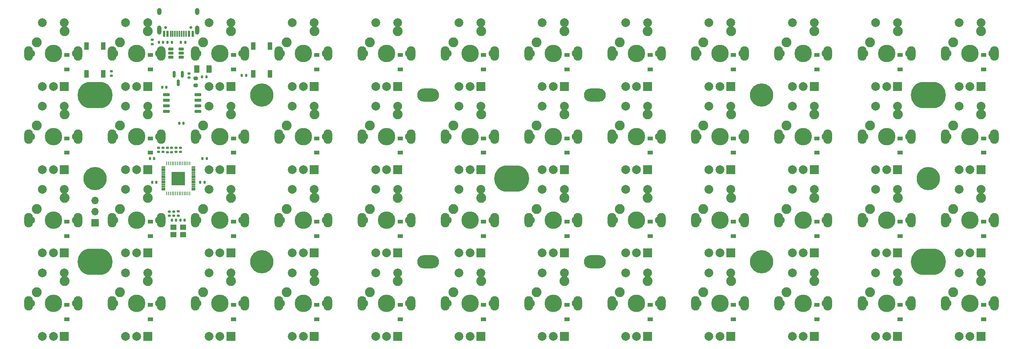
<source format=gbr>
%TF.GenerationSoftware,KiCad,Pcbnew,(6.0.1)*%
%TF.CreationDate,2022-03-25T00:59:23-04:00*%
%TF.ProjectId,OOPS-All-Knobs,4f4f5053-2d41-46c6-9c2d-4b6e6f62732e,rev?*%
%TF.SameCoordinates,Original*%
%TF.FileFunction,Soldermask,Bot*%
%TF.FilePolarity,Negative*%
%FSLAX46Y46*%
G04 Gerber Fmt 4.6, Leading zero omitted, Abs format (unit mm)*
G04 Created by KiCad (PCBNEW (6.0.1)) date 2022-03-25 00:59:23*
%MOMM*%
%LPD*%
G01*
G04 APERTURE LIST*
G04 Aperture macros list*
%AMRoundRect*
0 Rectangle with rounded corners*
0 $1 Rounding radius*
0 $2 $3 $4 $5 $6 $7 $8 $9 X,Y pos of 4 corners*
0 Add a 4 corners polygon primitive as box body*
4,1,4,$2,$3,$4,$5,$6,$7,$8,$9,$2,$3,0*
0 Add four circle primitives for the rounded corners*
1,1,$1+$1,$2,$3*
1,1,$1+$1,$4,$5*
1,1,$1+$1,$6,$7*
1,1,$1+$1,$8,$9*
0 Add four rect primitives between the rounded corners*
20,1,$1+$1,$2,$3,$4,$5,0*
20,1,$1+$1,$4,$5,$6,$7,0*
20,1,$1+$1,$6,$7,$8,$9,0*
20,1,$1+$1,$8,$9,$2,$3,0*%
G04 Aperture macros list end*
%ADD10C,3.987800*%
%ADD11C,1.750000*%
%ADD12C,2.250000*%
%ADD13C,5.300000*%
%ADD14O,8.000000X6.000000*%
%ADD15O,5.000000X3.000000*%
%ADD16R,1.700000X1.700000*%
%ADD17O,1.700000X1.700000*%
%ADD18R,2.000000X2.000000*%
%ADD19C,2.000000*%
%ADD20RoundRect,1.000000X0.000000X-0.650000X0.000000X0.650000X0.000000X0.650000X0.000000X-0.650000X0*%
%ADD21R,1.200000X0.900000*%
%ADD22RoundRect,0.140000X-0.170000X0.140000X-0.170000X-0.140000X0.170000X-0.140000X0.170000X0.140000X0*%
%ADD23RoundRect,0.140000X-0.140000X-0.170000X0.140000X-0.170000X0.140000X0.170000X-0.140000X0.170000X0*%
%ADD24RoundRect,0.140000X0.140000X0.170000X-0.140000X0.170000X-0.140000X-0.170000X0.140000X-0.170000X0*%
%ADD25RoundRect,0.135000X0.185000X-0.135000X0.185000X0.135000X-0.185000X0.135000X-0.185000X-0.135000X0*%
%ADD26RoundRect,0.150000X-0.150000X0.587500X-0.150000X-0.587500X0.150000X-0.587500X0.150000X0.587500X0*%
%ADD27RoundRect,0.140000X0.170000X-0.140000X0.170000X0.140000X-0.170000X0.140000X-0.170000X-0.140000X0*%
%ADD28R,1.000000X1.700000*%
%ADD29RoundRect,0.250000X0.375000X0.625000X-0.375000X0.625000X-0.375000X-0.625000X0.375000X-0.625000X0*%
%ADD30R,1.400000X1.200000*%
%ADD31RoundRect,0.150000X0.650000X0.150000X-0.650000X0.150000X-0.650000X-0.150000X0.650000X-0.150000X0*%
%ADD32C,0.650000*%
%ADD33R,0.600000X1.450000*%
%ADD34R,0.300000X1.450000*%
%ADD35O,1.000000X2.100000*%
%ADD36O,1.000000X1.600000*%
%ADD37RoundRect,0.135000X0.135000X0.185000X-0.135000X0.185000X-0.135000X-0.185000X0.135000X-0.185000X0*%
%ADD38RoundRect,0.135000X-0.135000X-0.185000X0.135000X-0.185000X0.135000X0.185000X-0.135000X0.185000X0*%
%ADD39RoundRect,0.150000X-0.475000X-0.150000X0.475000X-0.150000X0.475000X0.150000X-0.475000X0.150000X0*%
%ADD40RoundRect,0.200000X-0.275000X0.200000X-0.275000X-0.200000X0.275000X-0.200000X0.275000X0.200000X0*%
%ADD41RoundRect,0.006000X0.414000X0.094000X-0.414000X0.094000X-0.414000X-0.094000X0.414000X-0.094000X0*%
%ADD42RoundRect,0.020000X0.080000X0.400000X-0.080000X0.400000X-0.080000X-0.400000X0.080000X-0.400000X0*%
%ADD43R,3.100000X3.100000*%
G04 APERTURE END LIST*
D10*
%TO.C,MX41*%
X110000000Y-85000000D03*
D11*
X115080000Y-85000000D03*
X104920000Y-85000000D03*
D12*
X106190000Y-82460000D03*
X112540000Y-79920000D03*
%TD*%
D11*
%TO.C,MX2*%
X58080000Y-28000000D03*
X47920000Y-28000000D03*
D10*
X53000000Y-28000000D03*
D12*
X49190000Y-25460000D03*
X55540000Y-22920000D03*
%TD*%
D11*
%TO.C,MX4*%
X96080000Y-28000000D03*
D10*
X91000000Y-28000000D03*
D11*
X85920000Y-28000000D03*
D12*
X87190000Y-25460000D03*
X93540000Y-22920000D03*
%TD*%
D11*
%TO.C,MX22*%
X199920000Y-47000000D03*
X210080000Y-47000000D03*
D10*
X205000000Y-47000000D03*
D12*
X201190000Y-44460000D03*
X207540000Y-41920000D03*
%TD*%
D11*
%TO.C,MX42*%
X134080000Y-85000000D03*
X123920000Y-85000000D03*
D10*
X129000000Y-85000000D03*
D12*
X125190000Y-82460000D03*
X131540000Y-79920000D03*
%TD*%
D11*
%TO.C,MX32*%
X161920000Y-66000000D03*
X172080000Y-66000000D03*
D10*
X167000000Y-66000000D03*
D12*
X163190000Y-63460000D03*
X169540000Y-60920000D03*
%TD*%
D11*
%TO.C,MX39*%
X77080000Y-85000000D03*
D10*
X72000000Y-85000000D03*
D11*
X66920000Y-85000000D03*
D12*
X68190000Y-82460000D03*
X74540000Y-79920000D03*
%TD*%
D11*
%TO.C,MX20*%
X161920000Y-47000000D03*
X172080000Y-47000000D03*
D10*
X167000000Y-47000000D03*
D12*
X163190000Y-44460000D03*
X169540000Y-41920000D03*
%TD*%
D11*
%TO.C,MX23*%
X218920000Y-47000000D03*
X229080000Y-47000000D03*
D10*
X224000000Y-47000000D03*
D12*
X220190000Y-44460000D03*
X226540000Y-41920000D03*
%TD*%
D10*
%TO.C,MX48*%
X243000000Y-85000000D03*
D11*
X237920000Y-85000000D03*
X248080000Y-85000000D03*
D12*
X239190000Y-82460000D03*
X245540000Y-79920000D03*
%TD*%
D11*
%TO.C,MX24*%
X248080000Y-47000000D03*
X237920000Y-47000000D03*
D10*
X243000000Y-47000000D03*
D12*
X239190000Y-44460000D03*
X245540000Y-41920000D03*
%TD*%
D11*
%TO.C,MX18*%
X123920000Y-47000000D03*
D10*
X129000000Y-47000000D03*
D11*
X134080000Y-47000000D03*
D12*
X125190000Y-44460000D03*
X131540000Y-41920000D03*
%TD*%
D10*
%TO.C,MX9*%
X186000000Y-28000000D03*
D11*
X191080000Y-28000000D03*
X180920000Y-28000000D03*
D12*
X182190000Y-25460000D03*
X188540000Y-22920000D03*
%TD*%
D11*
%TO.C,MX30*%
X134080000Y-66000000D03*
X123920000Y-66000000D03*
D10*
X129000000Y-66000000D03*
D12*
X125190000Y-63460000D03*
X131540000Y-60920000D03*
%TD*%
D10*
%TO.C,MX35*%
X224000000Y-66000000D03*
D11*
X229080000Y-66000000D03*
X218920000Y-66000000D03*
D12*
X220190000Y-63460000D03*
X226540000Y-60920000D03*
%TD*%
D11*
%TO.C,MX27*%
X77080000Y-66000000D03*
D10*
X72000000Y-66000000D03*
D11*
X66920000Y-66000000D03*
D12*
X68190000Y-63460000D03*
X74540000Y-60920000D03*
%TD*%
D10*
%TO.C,MX6*%
X129000000Y-28000000D03*
D11*
X134080000Y-28000000D03*
X123920000Y-28000000D03*
D12*
X125190000Y-25460000D03*
X131540000Y-22920000D03*
%TD*%
D13*
%TO.C,PCB1*%
X233500000Y-56500000D03*
X43500000Y-56500000D03*
D14*
X233500000Y-37500000D03*
X233500000Y-75500000D03*
D15*
X157500000Y-75500000D03*
X157500000Y-37500000D03*
D13*
X81500000Y-37500000D03*
D15*
X119500000Y-75500000D03*
D14*
X138500000Y-56500000D03*
D13*
X195500000Y-37500000D03*
X195500000Y-75500000D03*
D14*
X43500000Y-37500000D03*
X43500000Y-75500000D03*
D13*
X81500000Y-75500000D03*
D15*
X119500000Y-37500000D03*
%TD*%
D11*
%TO.C,MX47*%
X218920000Y-85000000D03*
X229080000Y-85000000D03*
D10*
X224000000Y-85000000D03*
D12*
X220190000Y-82460000D03*
X226540000Y-79920000D03*
%TD*%
D10*
%TO.C,MX17*%
X110000000Y-47000000D03*
D11*
X115080000Y-47000000D03*
X104920000Y-47000000D03*
D12*
X106190000Y-44460000D03*
X112540000Y-41920000D03*
%TD*%
D16*
%TO.C,J2*%
X43500000Y-66625000D03*
D17*
X43500000Y-64085000D03*
X43500000Y-61545000D03*
%TD*%
D11*
%TO.C,MX14*%
X58080000Y-47000000D03*
X47920000Y-47000000D03*
D10*
X53000000Y-47000000D03*
D12*
X49190000Y-44460000D03*
X55540000Y-41920000D03*
%TD*%
D11*
%TO.C,MX1*%
X39080000Y-28000000D03*
D10*
X34000000Y-28000000D03*
D11*
X28920000Y-28000000D03*
D12*
X30190000Y-25460000D03*
X36540000Y-22920000D03*
%TD*%
D11*
%TO.C,MX46*%
X210080000Y-85000000D03*
X199920000Y-85000000D03*
D10*
X205000000Y-85000000D03*
D12*
X201190000Y-82460000D03*
X207540000Y-79920000D03*
%TD*%
D11*
%TO.C,MX21*%
X180920000Y-47000000D03*
X191080000Y-47000000D03*
D10*
X186000000Y-47000000D03*
D12*
X182190000Y-44460000D03*
X188540000Y-41920000D03*
%TD*%
D11*
%TO.C,MX26*%
X58080000Y-66000000D03*
D10*
X53000000Y-66000000D03*
D11*
X47920000Y-66000000D03*
D12*
X49190000Y-63460000D03*
X55540000Y-60920000D03*
%TD*%
D11*
%TO.C,MX8*%
X172080000Y-28000000D03*
D10*
X167000000Y-28000000D03*
D11*
X161920000Y-28000000D03*
D12*
X163190000Y-25460000D03*
X169540000Y-22920000D03*
%TD*%
D11*
%TO.C,MX16*%
X96080000Y-47000000D03*
D10*
X91000000Y-47000000D03*
D11*
X85920000Y-47000000D03*
D12*
X87190000Y-44460000D03*
X93540000Y-41920000D03*
%TD*%
D11*
%TO.C,MX11*%
X218920000Y-28000000D03*
X229080000Y-28000000D03*
D10*
X224000000Y-28000000D03*
D12*
X220190000Y-25460000D03*
X226540000Y-22920000D03*
%TD*%
D11*
%TO.C,MX12*%
X237920000Y-28000000D03*
D10*
X243000000Y-28000000D03*
D11*
X248080000Y-28000000D03*
D12*
X239190000Y-25460000D03*
X245540000Y-22920000D03*
%TD*%
D11*
%TO.C,MX33*%
X180920000Y-66000000D03*
D10*
X186000000Y-66000000D03*
D11*
X191080000Y-66000000D03*
D12*
X182190000Y-63460000D03*
X188540000Y-60920000D03*
%TD*%
D11*
%TO.C,MX31*%
X153080000Y-66000000D03*
X142920000Y-66000000D03*
D10*
X148000000Y-66000000D03*
D12*
X144190000Y-63460000D03*
X150540000Y-60920000D03*
%TD*%
D11*
%TO.C,MX38*%
X58080000Y-85000000D03*
D10*
X53000000Y-85000000D03*
D11*
X47920000Y-85000000D03*
D12*
X49190000Y-82460000D03*
X55540000Y-79920000D03*
%TD*%
D11*
%TO.C,MX36*%
X248080000Y-66000000D03*
X237920000Y-66000000D03*
D10*
X243000000Y-66000000D03*
D12*
X239190000Y-63460000D03*
X245540000Y-60920000D03*
%TD*%
D10*
%TO.C,MX15*%
X72000000Y-47000000D03*
D11*
X66920000Y-47000000D03*
X77080000Y-47000000D03*
D12*
X68190000Y-44460000D03*
X74540000Y-41920000D03*
%TD*%
D11*
%TO.C,MX37*%
X39080000Y-85000000D03*
X28920000Y-85000000D03*
D10*
X34000000Y-85000000D03*
D12*
X30190000Y-82460000D03*
X36540000Y-79920000D03*
%TD*%
D11*
%TO.C,MX3*%
X77080000Y-28000000D03*
D10*
X72000000Y-28000000D03*
D11*
X66920000Y-28000000D03*
D12*
X68190000Y-25460000D03*
X74540000Y-22920000D03*
%TD*%
D11*
%TO.C,MX34*%
X210080000Y-66000000D03*
X199920000Y-66000000D03*
D10*
X205000000Y-66000000D03*
D12*
X201190000Y-63460000D03*
X207540000Y-60920000D03*
%TD*%
D10*
%TO.C,MX19*%
X148000000Y-47000000D03*
D11*
X142920000Y-47000000D03*
X153080000Y-47000000D03*
D12*
X144190000Y-44460000D03*
X150540000Y-41920000D03*
%TD*%
D11*
%TO.C,MX13*%
X28920000Y-47000000D03*
D10*
X34000000Y-47000000D03*
D11*
X39080000Y-47000000D03*
D12*
X30190000Y-44460000D03*
X36540000Y-41920000D03*
%TD*%
D11*
%TO.C,MX5*%
X104920000Y-28000000D03*
X115080000Y-28000000D03*
D10*
X110000000Y-28000000D03*
D12*
X106190000Y-25460000D03*
X112540000Y-22920000D03*
%TD*%
D10*
%TO.C,MX40*%
X91000000Y-85000000D03*
D11*
X85920000Y-85000000D03*
X96080000Y-85000000D03*
D12*
X87190000Y-82460000D03*
X93540000Y-79920000D03*
%TD*%
D11*
%TO.C,MX28*%
X85920000Y-66000000D03*
X96080000Y-66000000D03*
D10*
X91000000Y-66000000D03*
D12*
X87190000Y-63460000D03*
X93540000Y-60920000D03*
%TD*%
D11*
%TO.C,MX45*%
X180920000Y-85000000D03*
D10*
X186000000Y-85000000D03*
D11*
X191080000Y-85000000D03*
D12*
X182190000Y-82460000D03*
X188540000Y-79920000D03*
%TD*%
D11*
%TO.C,MX29*%
X104920000Y-66000000D03*
X115080000Y-66000000D03*
D10*
X110000000Y-66000000D03*
D12*
X106190000Y-63460000D03*
X112540000Y-60920000D03*
%TD*%
D11*
%TO.C,MX25*%
X28920000Y-66000000D03*
X39080000Y-66000000D03*
D10*
X34000000Y-66000000D03*
D12*
X30190000Y-63460000D03*
X36540000Y-60920000D03*
%TD*%
D11*
%TO.C,MX43*%
X142920000Y-85000000D03*
X153080000Y-85000000D03*
D10*
X148000000Y-85000000D03*
D12*
X144190000Y-82460000D03*
X150540000Y-79920000D03*
%TD*%
D10*
%TO.C,MX44*%
X167000000Y-85000000D03*
D11*
X172080000Y-85000000D03*
X161920000Y-85000000D03*
D12*
X163190000Y-82460000D03*
X169540000Y-79920000D03*
%TD*%
D10*
%TO.C,MX10*%
X205000000Y-28000000D03*
D11*
X210080000Y-28000000D03*
X199920000Y-28000000D03*
D12*
X201190000Y-25460000D03*
X207540000Y-22920000D03*
%TD*%
D10*
%TO.C,MX7*%
X148000000Y-28000000D03*
D11*
X142920000Y-28000000D03*
X153080000Y-28000000D03*
D12*
X144190000Y-25460000D03*
X150540000Y-22920000D03*
%TD*%
D18*
%TO.C,ENC36*%
X245500000Y-73500000D03*
D19*
X240500000Y-73500000D03*
X243000000Y-73500000D03*
D20*
X248600000Y-66000000D03*
X237400000Y-66000000D03*
D19*
X240500000Y-59000000D03*
X245500000Y-59000000D03*
%TD*%
D18*
%TO.C,ENC33*%
X188500000Y-73500000D03*
D19*
X183500000Y-73500000D03*
X186000000Y-73500000D03*
D20*
X191600000Y-66000000D03*
X180400000Y-66000000D03*
D19*
X183500000Y-59000000D03*
X188500000Y-59000000D03*
%TD*%
D18*
%TO.C,ENC11*%
X226500000Y-35500000D03*
D19*
X221500000Y-35500000D03*
D20*
X218400000Y-28000000D03*
D19*
X224000000Y-35500000D03*
D20*
X229600000Y-28000000D03*
D19*
X221500000Y-21000000D03*
X226500000Y-21000000D03*
%TD*%
D18*
%TO.C,ENC12*%
X245500000Y-35500000D03*
D19*
X240500000Y-35500000D03*
D20*
X248600000Y-28000000D03*
D19*
X243000000Y-35500000D03*
D20*
X237400000Y-28000000D03*
D19*
X240500000Y-21000000D03*
X245500000Y-21000000D03*
%TD*%
D21*
%TO.C,D44*%
X170100000Y-88650000D03*
X170100000Y-85350000D03*
%TD*%
%TO.C,D9*%
X189100000Y-31650000D03*
X189100000Y-28350000D03*
%TD*%
D18*
%TO.C,ENC37*%
X36500000Y-92500000D03*
D19*
X31500000Y-92500000D03*
X34000000Y-92500000D03*
D20*
X28400000Y-85000000D03*
X39600000Y-85000000D03*
D19*
X31500000Y-78000000D03*
X36500000Y-78000000D03*
%TD*%
D18*
%TO.C,ENC15*%
X74500000Y-54500000D03*
D19*
X69500000Y-54500000D03*
D20*
X77600000Y-47000000D03*
X66400000Y-47000000D03*
D19*
X72000000Y-54500000D03*
X69500000Y-40000000D03*
X74500000Y-40000000D03*
%TD*%
D21*
%TO.C,D28*%
X94100000Y-69650000D03*
X94100000Y-66350000D03*
%TD*%
D22*
%TO.C,C10*%
X61493450Y-64030666D03*
X61493450Y-64990666D03*
%TD*%
D18*
%TO.C,ENC8*%
X169500000Y-35500000D03*
D19*
X164500000Y-35500000D03*
X167000000Y-35500000D03*
D20*
X161400000Y-28000000D03*
X172600000Y-28000000D03*
D19*
X164500000Y-21000000D03*
X169500000Y-21000000D03*
%TD*%
D18*
%TO.C,ENC41*%
X112500000Y-92500000D03*
D19*
X107500000Y-92500000D03*
D20*
X115600000Y-85000000D03*
D19*
X110000000Y-92500000D03*
D20*
X104400000Y-85000000D03*
D19*
X107500000Y-78000000D03*
X112500000Y-78000000D03*
%TD*%
D18*
%TO.C,ENC17*%
X112500000Y-54500000D03*
D19*
X107500000Y-54500000D03*
D20*
X104400000Y-47000000D03*
D19*
X110000000Y-54500000D03*
D20*
X115600000Y-47000000D03*
D19*
X107500000Y-40000000D03*
X112500000Y-40000000D03*
%TD*%
D21*
%TO.C,D4*%
X94100000Y-31650000D03*
X94100000Y-28350000D03*
%TD*%
%TO.C,D1*%
X37100000Y-31650000D03*
X37100000Y-28350000D03*
%TD*%
D23*
%TO.C,C14*%
X68020000Y-52000000D03*
X68980000Y-52000000D03*
%TD*%
D18*
%TO.C,ENC2*%
X55500000Y-35500000D03*
D19*
X50500000Y-35500000D03*
D20*
X58600000Y-28000000D03*
X47400000Y-28000000D03*
D19*
X53000000Y-35500000D03*
X50500000Y-21000000D03*
X55500000Y-21000000D03*
%TD*%
D18*
%TO.C,ENC47*%
X226500000Y-92500000D03*
D19*
X221500000Y-92500000D03*
D20*
X229600000Y-85000000D03*
X218400000Y-85000000D03*
D19*
X224000000Y-92500000D03*
X221500000Y-78000000D03*
X226500000Y-78000000D03*
%TD*%
D21*
%TO.C,D23*%
X227100000Y-50650000D03*
X227100000Y-47350000D03*
%TD*%
D18*
%TO.C,ENC42*%
X131500000Y-92500000D03*
D19*
X126500000Y-92500000D03*
X129000000Y-92500000D03*
D20*
X123400000Y-85000000D03*
X134600000Y-85000000D03*
D19*
X126500000Y-78000000D03*
X131500000Y-78000000D03*
%TD*%
D21*
%TO.C,D45*%
X189100000Y-88650000D03*
X189100000Y-85350000D03*
%TD*%
D24*
%TO.C,C4*%
X59780000Y-35700000D03*
X58820000Y-35700000D03*
%TD*%
D21*
%TO.C,D43*%
X151100000Y-88650000D03*
X151100000Y-85350000D03*
%TD*%
%TO.C,D38*%
X56100000Y-88650000D03*
X56100000Y-85350000D03*
%TD*%
D18*
%TO.C,ENC25*%
X36500000Y-73500000D03*
D19*
X31500000Y-73500000D03*
X34000000Y-73500000D03*
D20*
X28400000Y-66000000D03*
X39600000Y-66000000D03*
D19*
X31500000Y-59000000D03*
X36500000Y-59000000D03*
%TD*%
D25*
%TO.C,R3*%
X56600000Y-25910000D03*
X56600000Y-24890000D03*
%TD*%
D18*
%TO.C,ENC45*%
X188500000Y-92500000D03*
D19*
X183500000Y-92500000D03*
X186000000Y-92500000D03*
D20*
X180400000Y-85000000D03*
X191600000Y-85000000D03*
D19*
X183500000Y-78000000D03*
X188500000Y-78000000D03*
%TD*%
D25*
%TO.C,R8*%
X62500000Y-65020666D03*
X62500000Y-64000666D03*
%TD*%
D21*
%TO.C,D16*%
X94100000Y-50650000D03*
X94100000Y-47350000D03*
%TD*%
D23*
%TO.C,C6*%
X62993450Y-66010666D03*
X63953450Y-66010666D03*
%TD*%
D21*
%TO.C,D11*%
X227100000Y-31650000D03*
X227100000Y-28350000D03*
%TD*%
D26*
%TO.C,U1*%
X61534775Y-32780929D03*
X63434775Y-32780929D03*
X62484775Y-34655929D03*
%TD*%
D21*
%TO.C,D26*%
X56100000Y-69650000D03*
X56100000Y-66350000D03*
%TD*%
D18*
%TO.C,ENC3*%
X74500000Y-35500000D03*
D19*
X69500000Y-35500000D03*
D20*
X66400000Y-28000000D03*
D19*
X72000000Y-35500000D03*
D20*
X77600000Y-28000000D03*
D19*
X69500000Y-21000000D03*
X74500000Y-21000000D03*
%TD*%
D27*
%TO.C,C8*%
X63000000Y-50480000D03*
X63000000Y-49520000D03*
%TD*%
D21*
%TO.C,D13*%
X37100000Y-50650000D03*
X37100000Y-47350000D03*
%TD*%
%TO.C,D39*%
X75100000Y-88650000D03*
X75100000Y-85350000D03*
%TD*%
%TO.C,D5*%
X113100000Y-31650000D03*
X113100000Y-28350000D03*
%TD*%
D18*
%TO.C,ENC19*%
X150500000Y-54500000D03*
D19*
X145500000Y-54500000D03*
D20*
X142400000Y-47000000D03*
X153600000Y-47000000D03*
D19*
X148000000Y-54500000D03*
X145500000Y-40000000D03*
X150500000Y-40000000D03*
%TD*%
D28*
%TO.C,SW1*%
X83400000Y-32650000D03*
X83400000Y-26350000D03*
X79600000Y-26350000D03*
X79600000Y-32650000D03*
%TD*%
D21*
%TO.C,D19*%
X151100000Y-50650000D03*
X151100000Y-47350000D03*
%TD*%
%TO.C,D22*%
X208100000Y-50650000D03*
X208100000Y-47350000D03*
%TD*%
%TO.C,D36*%
X246100000Y-69650000D03*
X246100000Y-66350000D03*
%TD*%
D29*
%TO.C,F1*%
X69500000Y-31600000D03*
X66700000Y-31600000D03*
%TD*%
D24*
%TO.C,C12*%
X56980000Y-52000000D03*
X56020000Y-52000000D03*
%TD*%
D21*
%TO.C,D27*%
X75100000Y-69650000D03*
X75100000Y-66350000D03*
%TD*%
D30*
%TO.C,Y1*%
X61393450Y-67660666D03*
X63593450Y-67660666D03*
X63593450Y-69360666D03*
X61393450Y-69360666D03*
%TD*%
D23*
%TO.C,C5*%
X61013450Y-66010666D03*
X61973450Y-66010666D03*
%TD*%
D25*
%TO.C,R6*%
X60000000Y-50510000D03*
X60000000Y-49490000D03*
%TD*%
D18*
%TO.C,ENC32*%
X169500000Y-73500000D03*
D19*
X164500000Y-73500000D03*
D20*
X161400000Y-66000000D03*
X172600000Y-66000000D03*
D19*
X167000000Y-73500000D03*
X164500000Y-59000000D03*
X169500000Y-59000000D03*
%TD*%
D21*
%TO.C,D21*%
X189100000Y-50650000D03*
X189100000Y-47350000D03*
%TD*%
D18*
%TO.C,ENC6*%
X131500000Y-35500000D03*
D19*
X126500000Y-35500000D03*
D20*
X123400000Y-28000000D03*
X134600000Y-28000000D03*
D19*
X129000000Y-35500000D03*
X126500000Y-21000000D03*
X131500000Y-21000000D03*
%TD*%
D18*
%TO.C,ENC39*%
X74500000Y-92500000D03*
D19*
X69500000Y-92500000D03*
X72000000Y-92500000D03*
D20*
X66400000Y-85000000D03*
X77600000Y-85000000D03*
D19*
X69500000Y-78000000D03*
X74500000Y-78000000D03*
%TD*%
D21*
%TO.C,D14*%
X56100000Y-50650000D03*
X56100000Y-47350000D03*
%TD*%
D31*
%TO.C,U2*%
X67000000Y-37395000D03*
X67000000Y-38665000D03*
X67000000Y-39935000D03*
X67000000Y-41205000D03*
X59800000Y-41205000D03*
X59800000Y-39935000D03*
X59800000Y-38665000D03*
X59800000Y-37395000D03*
%TD*%
D18*
%TO.C,ENC26*%
X55500000Y-73500000D03*
D19*
X50500000Y-73500000D03*
D20*
X58600000Y-66000000D03*
D19*
X53000000Y-73500000D03*
D20*
X47400000Y-66000000D03*
D19*
X50500000Y-59000000D03*
X55500000Y-59000000D03*
%TD*%
D27*
%TO.C,C11*%
X62000000Y-50480000D03*
X62000000Y-49520000D03*
%TD*%
D32*
%TO.C,J1*%
X65390000Y-22100000D03*
X59610000Y-22100000D03*
D33*
X59250000Y-23545000D03*
X60050000Y-23545000D03*
D34*
X61250000Y-23545000D03*
X62250000Y-23545000D03*
X62750000Y-23545000D03*
X63750000Y-23545000D03*
D33*
X64950000Y-23545000D03*
X65750000Y-23545000D03*
X65750000Y-23545000D03*
X64950000Y-23545000D03*
D34*
X64250000Y-23545000D03*
X63250000Y-23545000D03*
X61750000Y-23545000D03*
X60750000Y-23545000D03*
D33*
X60050000Y-23545000D03*
X59250000Y-23545000D03*
D35*
X58180000Y-22630000D03*
D36*
X66820000Y-18450000D03*
X58180000Y-18450000D03*
D35*
X66820000Y-22630000D03*
%TD*%
D18*
%TO.C,ENC44*%
X169500000Y-92500000D03*
D19*
X164500000Y-92500000D03*
X167000000Y-92500000D03*
D20*
X161400000Y-85000000D03*
X172600000Y-85000000D03*
D19*
X164500000Y-78000000D03*
X169500000Y-78000000D03*
%TD*%
D18*
%TO.C,ENC22*%
X207500000Y-54500000D03*
D19*
X202500000Y-54500000D03*
D20*
X210600000Y-47000000D03*
D19*
X205000000Y-54500000D03*
D20*
X199400000Y-47000000D03*
D19*
X202500000Y-40000000D03*
X207500000Y-40000000D03*
%TD*%
D18*
%TO.C,ENC24*%
X245500000Y-54500000D03*
D19*
X240500000Y-54500000D03*
D20*
X237400000Y-47000000D03*
X248600000Y-47000000D03*
D19*
X243000000Y-54500000D03*
X240500000Y-40000000D03*
X245500000Y-40000000D03*
%TD*%
D18*
%TO.C,ENC46*%
X207500000Y-92500000D03*
D19*
X202500000Y-92500000D03*
D20*
X210600000Y-85000000D03*
D19*
X205000000Y-92500000D03*
D20*
X199400000Y-85000000D03*
D19*
X202500000Y-78000000D03*
X207500000Y-78000000D03*
%TD*%
D18*
%TO.C,ENC43*%
X150500000Y-92500000D03*
D19*
X145500000Y-92500000D03*
D20*
X153600000Y-85000000D03*
D19*
X148000000Y-92500000D03*
D20*
X142400000Y-85000000D03*
D19*
X145500000Y-78000000D03*
X150500000Y-78000000D03*
%TD*%
D18*
%TO.C,ENC20*%
X169500000Y-54500000D03*
D19*
X164500000Y-54500000D03*
D20*
X172600000Y-47000000D03*
D19*
X167000000Y-54500000D03*
D20*
X161400000Y-47000000D03*
D19*
X164500000Y-40000000D03*
X169500000Y-40000000D03*
%TD*%
D18*
%TO.C,ENC23*%
X226500000Y-54500000D03*
D19*
X221500000Y-54500000D03*
D20*
X229600000Y-47000000D03*
D19*
X224000000Y-54500000D03*
D20*
X218400000Y-47000000D03*
D19*
X221500000Y-40000000D03*
X226500000Y-40000000D03*
%TD*%
D21*
%TO.C,D37*%
X37100000Y-88650000D03*
X37100000Y-85350000D03*
%TD*%
D18*
%TO.C,ENC18*%
X131500000Y-54500000D03*
D19*
X126500000Y-54500000D03*
D20*
X123400000Y-47000000D03*
D19*
X129000000Y-54500000D03*
D20*
X134600000Y-47000000D03*
D19*
X126500000Y-40000000D03*
X131500000Y-40000000D03*
%TD*%
D37*
%TO.C,R2*%
X64110000Y-25500000D03*
X63090000Y-25500000D03*
%TD*%
D18*
%TO.C,ENC13*%
X36500000Y-54500000D03*
D19*
X31500000Y-54500000D03*
D20*
X39600000Y-47000000D03*
X28400000Y-47000000D03*
D19*
X34000000Y-54500000D03*
X31500000Y-40000000D03*
X36500000Y-40000000D03*
%TD*%
D21*
%TO.C,D30*%
X132100000Y-69650000D03*
X132100000Y-66350000D03*
%TD*%
D18*
%TO.C,ENC30*%
X131500000Y-73500000D03*
D19*
X126500000Y-73500000D03*
X129000000Y-73500000D03*
D20*
X134600000Y-66000000D03*
X123400000Y-66000000D03*
D19*
X126500000Y-59000000D03*
X131500000Y-59000000D03*
%TD*%
D21*
%TO.C,D35*%
X227100000Y-69650000D03*
X227100000Y-66350000D03*
%TD*%
D18*
%TO.C,ENC29*%
X112500000Y-73500000D03*
D19*
X107500000Y-73500000D03*
D20*
X104400000Y-66000000D03*
X115600000Y-66000000D03*
D19*
X110000000Y-73500000D03*
X107500000Y-59000000D03*
X112500000Y-59000000D03*
%TD*%
D21*
%TO.C,D10*%
X208100000Y-31650000D03*
X208100000Y-28350000D03*
%TD*%
%TO.C,D12*%
X246100000Y-31650000D03*
X246100000Y-28350000D03*
%TD*%
D23*
%TO.C,C1*%
X67920000Y-33300000D03*
X68880000Y-33300000D03*
%TD*%
D28*
%TO.C,SW2*%
X41600000Y-32650000D03*
X41600000Y-26350000D03*
X45400000Y-26350000D03*
X45400000Y-32650000D03*
%TD*%
D21*
%TO.C,D18*%
X132100000Y-50650000D03*
X132100000Y-47350000D03*
%TD*%
D18*
%TO.C,ENC4*%
X93500000Y-35500000D03*
D19*
X88500000Y-35500000D03*
D20*
X96600000Y-28000000D03*
X85400000Y-28000000D03*
D19*
X91000000Y-35500000D03*
X88500000Y-21000000D03*
X93500000Y-21000000D03*
%TD*%
D22*
%TO.C,C2*%
X64952007Y-32561545D03*
X64952007Y-33521545D03*
%TD*%
D21*
%TO.C,D34*%
X208100000Y-69650000D03*
X208100000Y-66350000D03*
%TD*%
D18*
%TO.C,ENC1*%
X36500000Y-35500000D03*
D19*
X31500000Y-35500000D03*
D20*
X28400000Y-28000000D03*
D19*
X34000000Y-35500000D03*
D20*
X39600000Y-28000000D03*
D19*
X31500000Y-21000000D03*
X36500000Y-21000000D03*
%TD*%
D38*
%TO.C,R5*%
X76990000Y-33000000D03*
X78010000Y-33000000D03*
%TD*%
D18*
%TO.C,ENC21*%
X188500000Y-54500000D03*
D19*
X183500000Y-54500000D03*
D20*
X180400000Y-47000000D03*
D19*
X186000000Y-54500000D03*
D20*
X191600000Y-47000000D03*
D19*
X183500000Y-40000000D03*
X188500000Y-40000000D03*
%TD*%
D25*
%TO.C,R9*%
X47254470Y-33124010D03*
X47254470Y-32104010D03*
%TD*%
D27*
%TO.C,C18*%
X59000000Y-50480000D03*
X59000000Y-49520000D03*
%TD*%
D37*
%TO.C,R1*%
X61010000Y-25500000D03*
X59990000Y-25500000D03*
%TD*%
D24*
%TO.C,C13*%
X57480000Y-57400000D03*
X56520000Y-57400000D03*
%TD*%
D18*
%TO.C,ENC9*%
X188500000Y-35500000D03*
D19*
X183500000Y-35500000D03*
D20*
X191600000Y-28000000D03*
D19*
X186000000Y-35500000D03*
D20*
X180400000Y-28000000D03*
D19*
X183500000Y-21000000D03*
X188500000Y-21000000D03*
%TD*%
D18*
%TO.C,ENC34*%
X207500000Y-73500000D03*
D19*
X202500000Y-73500000D03*
D20*
X199400000Y-66000000D03*
D19*
X205000000Y-73500000D03*
D20*
X210600000Y-66000000D03*
D19*
X202500000Y-59000000D03*
X207500000Y-59000000D03*
%TD*%
D21*
%TO.C,D3*%
X75100000Y-31650000D03*
X75100000Y-28350000D03*
%TD*%
D18*
%TO.C,ENC7*%
X150500000Y-35500000D03*
D19*
X145500000Y-35500000D03*
X148000000Y-35500000D03*
D20*
X142400000Y-28000000D03*
X153600000Y-28000000D03*
D19*
X145500000Y-21000000D03*
X150500000Y-21000000D03*
%TD*%
D27*
%TO.C,C17*%
X58000000Y-50480000D03*
X58000000Y-49520000D03*
%TD*%
D18*
%TO.C,ENC5*%
X112500000Y-35500000D03*
D19*
X107500000Y-35500000D03*
D20*
X115600000Y-28000000D03*
X104400000Y-28000000D03*
D19*
X110000000Y-35500000D03*
X107500000Y-21000000D03*
X112500000Y-21000000D03*
%TD*%
D21*
%TO.C,D48*%
X246100000Y-88650000D03*
X246100000Y-85350000D03*
%TD*%
D23*
%TO.C,C9*%
X67520000Y-57400000D03*
X68480000Y-57400000D03*
%TD*%
D18*
%TO.C,ENC48*%
X245500000Y-92500000D03*
D19*
X240500000Y-92500000D03*
X243000000Y-92500000D03*
D20*
X248600000Y-85000000D03*
X237400000Y-85000000D03*
D19*
X240500000Y-78000000D03*
X245500000Y-78000000D03*
%TD*%
D21*
%TO.C,D31*%
X151100000Y-69650000D03*
X151100000Y-66350000D03*
%TD*%
D18*
%TO.C,ENC38*%
X55500000Y-92500000D03*
D19*
X50500000Y-92500000D03*
D20*
X58600000Y-85000000D03*
D19*
X53000000Y-92500000D03*
D20*
X47400000Y-85000000D03*
D19*
X50500000Y-78000000D03*
X55500000Y-78000000D03*
%TD*%
D21*
%TO.C,D42*%
X132100000Y-88650000D03*
X132100000Y-85350000D03*
%TD*%
D39*
%TO.C,U4*%
X60825000Y-28850000D03*
X60825000Y-27900000D03*
X60750000Y-26950000D03*
X63175000Y-26950000D03*
X63175000Y-27900000D03*
X63175000Y-28850000D03*
%TD*%
D40*
%TO.C,R4*%
X66500000Y-33675000D03*
X66500000Y-35325000D03*
%TD*%
D21*
%TO.C,D32*%
X170100000Y-69650000D03*
X170100000Y-66350000D03*
%TD*%
D18*
%TO.C,ENC40*%
X93500000Y-92500000D03*
D19*
X88500000Y-92500000D03*
X91000000Y-92500000D03*
D20*
X96600000Y-85000000D03*
X85400000Y-85000000D03*
D19*
X88500000Y-78000000D03*
X93500000Y-78000000D03*
%TD*%
D25*
%TO.C,R7*%
X61000000Y-50510000D03*
X61000000Y-49490000D03*
%TD*%
D21*
%TO.C,D25*%
X37100000Y-69650000D03*
X37100000Y-66350000D03*
%TD*%
%TO.C,D24*%
X246100000Y-50650000D03*
X246100000Y-47350000D03*
%TD*%
%TO.C,D41*%
X113100000Y-88650000D03*
X113100000Y-85350000D03*
%TD*%
%TO.C,D40*%
X94100000Y-88650000D03*
X94100000Y-85350000D03*
%TD*%
D18*
%TO.C,ENC14*%
X55500000Y-54500000D03*
D19*
X50500000Y-54500000D03*
D20*
X58600000Y-47000000D03*
X47400000Y-47000000D03*
D19*
X53000000Y-54500000D03*
X50500000Y-40000000D03*
X55500000Y-40000000D03*
%TD*%
D18*
%TO.C,ENC28*%
X93500000Y-73500000D03*
D19*
X88500000Y-73500000D03*
D20*
X96600000Y-66000000D03*
X85400000Y-66000000D03*
D19*
X91000000Y-73500000D03*
X88500000Y-59000000D03*
X93500000Y-59000000D03*
%TD*%
D21*
%TO.C,D8*%
X170100000Y-31650000D03*
X170100000Y-28350000D03*
%TD*%
D18*
%TO.C,ENC31*%
X150500000Y-73500000D03*
D19*
X145500000Y-73500000D03*
X148000000Y-73500000D03*
D20*
X142400000Y-66000000D03*
X153600000Y-66000000D03*
D19*
X145500000Y-59000000D03*
X150500000Y-59000000D03*
%TD*%
D21*
%TO.C,D47*%
X227100000Y-88650000D03*
X227100000Y-85350000D03*
%TD*%
%TO.C,D33*%
X189100000Y-69650000D03*
X189100000Y-66350000D03*
%TD*%
%TO.C,D20*%
X170100000Y-50650000D03*
X170100000Y-47350000D03*
%TD*%
%TO.C,D29*%
X113100000Y-69650000D03*
X113100000Y-66350000D03*
%TD*%
D18*
%TO.C,ENC27*%
X74500000Y-73500000D03*
D19*
X69500000Y-73500000D03*
D20*
X66400000Y-66000000D03*
X77600000Y-66000000D03*
D19*
X72000000Y-73500000D03*
X69500000Y-59000000D03*
X74500000Y-59000000D03*
%TD*%
D41*
%TO.C,U3*%
X65935000Y-53900000D03*
X65935000Y-54300000D03*
X65935000Y-54700000D03*
X65935000Y-55100000D03*
X65935000Y-55500000D03*
X65935000Y-55900000D03*
X65935000Y-56300000D03*
X65935000Y-56700000D03*
X65935000Y-57100000D03*
X65935000Y-57500000D03*
X65935000Y-57900000D03*
X65935000Y-58300000D03*
X65935000Y-58700000D03*
X65935000Y-59100000D03*
D42*
X65100000Y-59935000D03*
X64700000Y-59935000D03*
X64300000Y-59935000D03*
X63900000Y-59935000D03*
X63500000Y-59935000D03*
X63100000Y-59935000D03*
X62700000Y-59935000D03*
X62300000Y-59935000D03*
X61900000Y-59935000D03*
X61500000Y-59935000D03*
X61100000Y-59935000D03*
X60700000Y-59935000D03*
X60300000Y-59935000D03*
X59900000Y-59935000D03*
D41*
X59065000Y-59100000D03*
X59065000Y-58700000D03*
X59065000Y-58300000D03*
X59065000Y-57900000D03*
X59065000Y-57500000D03*
X59065000Y-57100000D03*
X59065000Y-56700000D03*
X59065000Y-56300000D03*
X59065000Y-55900000D03*
X59065000Y-55500000D03*
X59065000Y-55100000D03*
X59065000Y-54700000D03*
X59065000Y-54300000D03*
X59065000Y-53900000D03*
D42*
X59900000Y-53065000D03*
X60300000Y-53065000D03*
X60700000Y-53065000D03*
X61100000Y-53065000D03*
X61500000Y-53065000D03*
X61900000Y-53065000D03*
X62300000Y-53065000D03*
X62700000Y-53065000D03*
X63100000Y-53065000D03*
X63500000Y-53065000D03*
X63900000Y-53065000D03*
X64300000Y-53065000D03*
X64700000Y-53065000D03*
X65100000Y-53065000D03*
D43*
X62500000Y-56500000D03*
%TD*%
D21*
%TO.C,D2*%
X56100000Y-31650000D03*
X56100000Y-28350000D03*
%TD*%
%TO.C,D15*%
X75100000Y-50650000D03*
X75100000Y-47350000D03*
%TD*%
D18*
%TO.C,ENC35*%
X226500000Y-73500000D03*
D19*
X221500000Y-73500000D03*
D20*
X218400000Y-66000000D03*
X229600000Y-66000000D03*
D19*
X224000000Y-73500000D03*
X221500000Y-59000000D03*
X226500000Y-59000000D03*
%TD*%
D18*
%TO.C,ENC10*%
X207500000Y-35500000D03*
D19*
X202500000Y-35500000D03*
X205000000Y-35500000D03*
D20*
X210600000Y-28000000D03*
X199400000Y-28000000D03*
D19*
X202500000Y-21000000D03*
X207500000Y-21000000D03*
%TD*%
D21*
%TO.C,D17*%
X113100000Y-50650000D03*
X113100000Y-47350000D03*
%TD*%
%TO.C,D6*%
X132100000Y-31650000D03*
X132100000Y-28350000D03*
%TD*%
D22*
%TO.C,C7*%
X60493450Y-64030666D03*
X60493450Y-64990666D03*
%TD*%
D21*
%TO.C,D7*%
X151100000Y-31650000D03*
X151100000Y-28350000D03*
%TD*%
D23*
%TO.C,C15*%
X62720000Y-43900000D03*
X63680000Y-43900000D03*
%TD*%
D24*
%TO.C,C3*%
X59000000Y-25500000D03*
X58040000Y-25500000D03*
%TD*%
D18*
%TO.C,ENC16*%
X93500000Y-54500000D03*
D19*
X88500000Y-54500000D03*
X91000000Y-54500000D03*
D20*
X96600000Y-47000000D03*
X85400000Y-47000000D03*
D19*
X88500000Y-40000000D03*
X93500000Y-40000000D03*
%TD*%
D21*
%TO.C,D46*%
X208100000Y-88650000D03*
X208100000Y-85350000D03*
%TD*%
M02*

</source>
